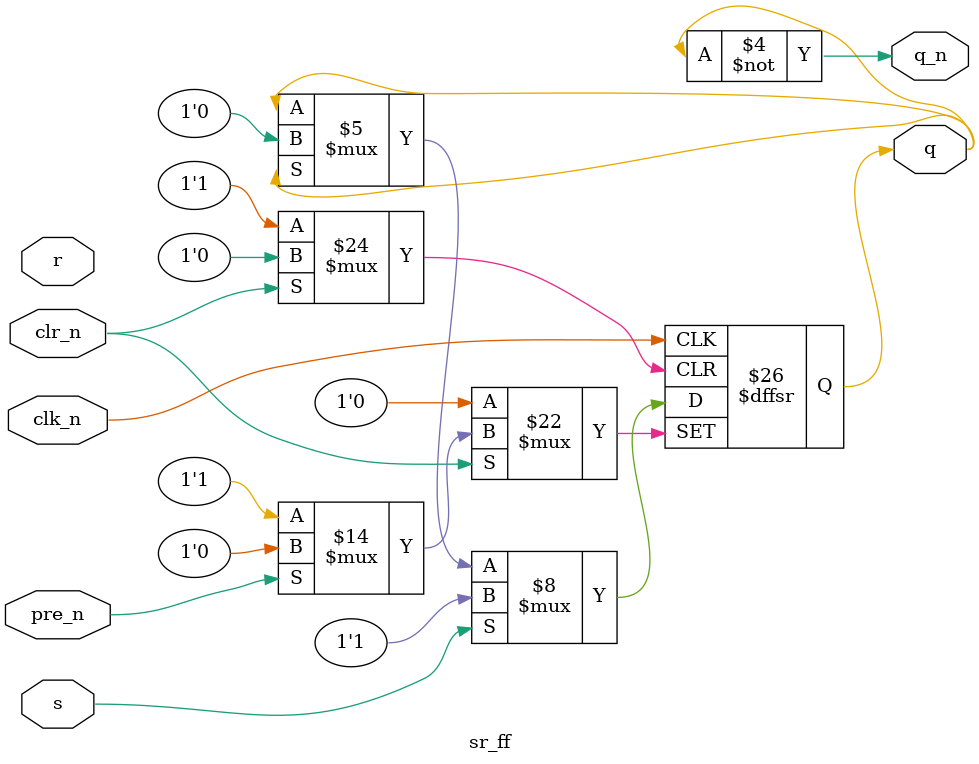
<source format=v>
module sr_ff(q,q_n, s, r, clk_n, pre_n, clr_n);

	output q, q_n;
	reg q;
	input clk_n, pre_n, clr_n;
	input s, r;
	
	always @ (negedge clk_n or negedge pre_n or negedge clr_n)
		begin
		if (!pre_n)
			q <= 1;
		else if (!clr_n)
			q <= 0;
		else
			if (s)
					q <= 1;
			else if (q)
					q <= 0;
		end
		assign q_n = ~q;
endmodule 
</source>
